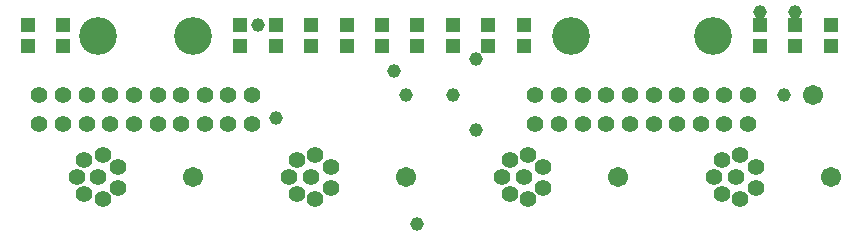
<source format=gts>
G75*
G70*
%OFA0B0*%
%FSLAX24Y24*%
%IPPOS*%
%LPD*%
%AMOC8*
5,1,8,0,0,1.08239X$1,22.5*
%
%ADD10C,0.1261*%
%ADD11C,0.0552*%
%ADD12C,0.0671*%
%ADD13R,0.0474X0.0513*%
%ADD14C,0.0456*%
D10*
X014285Y007984D03*
X017435Y007984D03*
X030033Y007984D03*
X034758Y007984D03*
D11*
X035151Y006016D03*
X034364Y006016D03*
X033577Y006016D03*
X032789Y006016D03*
X032002Y006016D03*
X031214Y006016D03*
X030427Y006016D03*
X029640Y006016D03*
X028852Y006016D03*
X028852Y005031D03*
X029640Y005031D03*
X030427Y005031D03*
X031214Y005031D03*
X032002Y005031D03*
X032789Y005031D03*
X033577Y005031D03*
X034364Y005031D03*
X035151Y005031D03*
X035939Y005031D03*
X035939Y006016D03*
X035683Y003988D03*
X035073Y003831D03*
X034817Y003260D03*
X035073Y002689D03*
X035683Y002531D03*
X036195Y002906D03*
X036195Y003614D03*
X035545Y003260D03*
X029108Y002906D03*
X028596Y002531D03*
X027986Y002689D03*
X027730Y003260D03*
X028459Y003260D03*
X029108Y003614D03*
X028596Y003988D03*
X027986Y003831D03*
X022022Y003614D03*
X021510Y003988D03*
X020900Y003831D03*
X020644Y003260D03*
X021372Y003260D03*
X022022Y002906D03*
X021510Y002531D03*
X020900Y002689D03*
X019403Y005031D03*
X018616Y005031D03*
X017829Y005031D03*
X017041Y005031D03*
X016254Y005031D03*
X015466Y005031D03*
X014679Y005031D03*
X013892Y005031D03*
X013104Y005031D03*
X012317Y005031D03*
X012317Y006016D03*
X013104Y006016D03*
X013892Y006016D03*
X014679Y006016D03*
X015466Y006016D03*
X016254Y006016D03*
X017041Y006016D03*
X017829Y006016D03*
X018616Y006016D03*
X019403Y006016D03*
X014935Y003614D03*
X014285Y003260D03*
X014935Y002906D03*
X014423Y002531D03*
X013813Y002689D03*
X013557Y003260D03*
X013813Y003831D03*
X014423Y003988D03*
D12*
X017435Y003260D03*
X024522Y003260D03*
X031608Y003260D03*
X038104Y006016D03*
X038695Y003260D03*
D13*
X011923Y007650D03*
X011923Y008319D03*
X013104Y008319D03*
X013104Y007650D03*
X019010Y007650D03*
X019010Y008319D03*
X020191Y008319D03*
X020191Y007650D03*
X021372Y007650D03*
X021372Y008319D03*
X022553Y008319D03*
X022553Y007650D03*
X023734Y007650D03*
X023734Y008319D03*
X024915Y008319D03*
X024915Y007650D03*
X026096Y007650D03*
X026096Y008319D03*
X027277Y008319D03*
X027277Y007650D03*
X028459Y007650D03*
X028459Y008319D03*
X036333Y008319D03*
X036333Y007650D03*
X037514Y007650D03*
X037514Y008319D03*
X038695Y008319D03*
X038695Y007650D03*
D14*
X037514Y008772D03*
X036333Y008772D03*
X037120Y006016D03*
X026884Y007197D03*
X026096Y006016D03*
X024522Y006016D03*
X024128Y006803D03*
X026884Y004835D03*
X024915Y001685D03*
X020191Y005228D03*
X019600Y008319D03*
M02*

</source>
